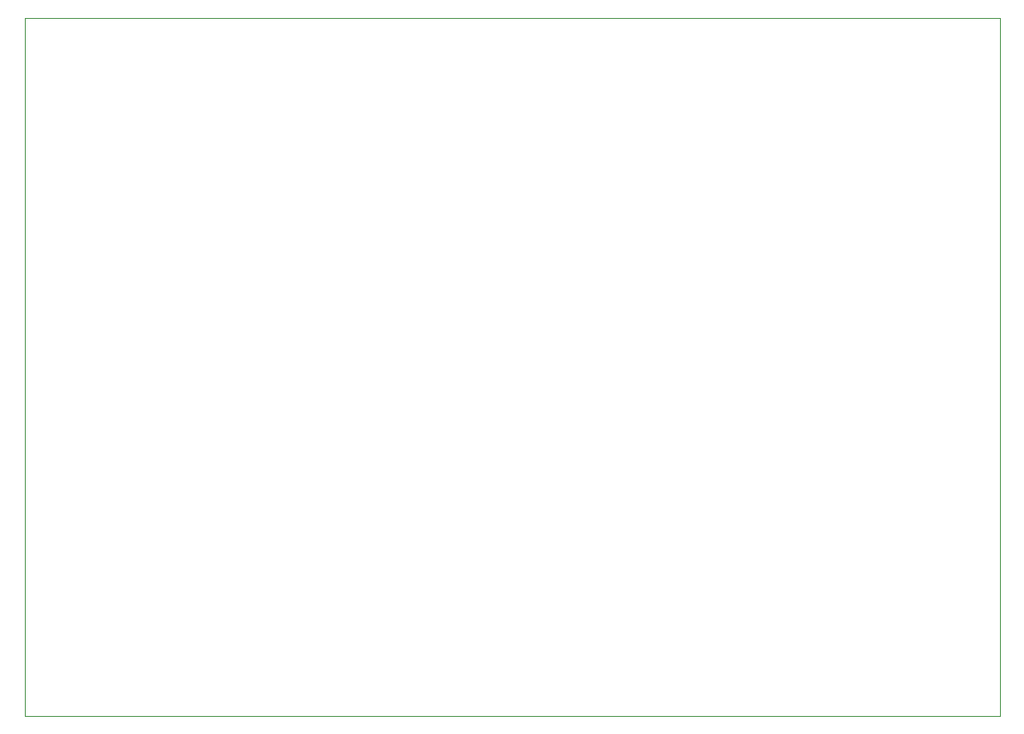
<source format=gbr>
%TF.GenerationSoftware,KiCad,Pcbnew,8.0.8*%
%TF.CreationDate,2025-04-07T15:17:30-05:00*%
%TF.ProjectId,finalproject,66696e61-6c70-4726-9f6a-6563742e6b69,rev?*%
%TF.SameCoordinates,Original*%
%TF.FileFunction,Profile,NP*%
%FSLAX46Y46*%
G04 Gerber Fmt 4.6, Leading zero omitted, Abs format (unit mm)*
G04 Created by KiCad (PCBNEW 8.0.8) date 2025-04-07 15:17:30*
%MOMM*%
%LPD*%
G01*
G04 APERTURE LIST*
%TA.AperFunction,Profile*%
%ADD10C,0.050000*%
%TD*%
G04 APERTURE END LIST*
D10*
X67437000Y-56642000D02*
X163703000Y-56642000D01*
X163703000Y-125603000D01*
X67437000Y-125603000D01*
X67437000Y-56642000D01*
M02*

</source>
